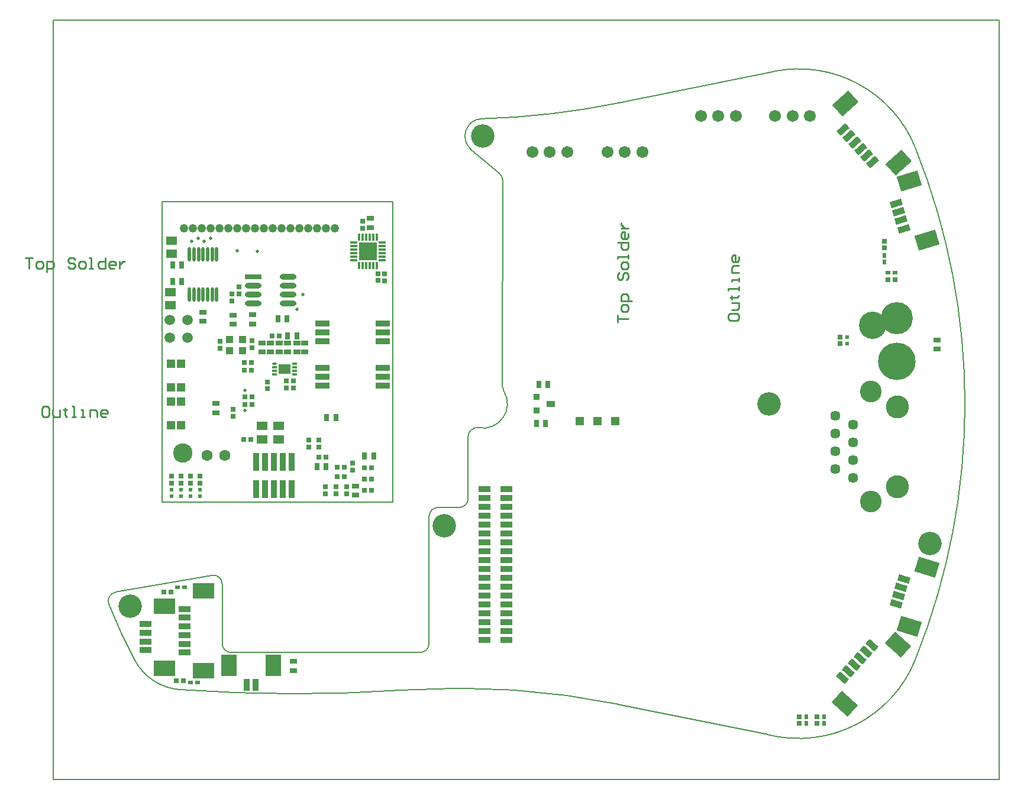
<source format=gts>
G04 Layer_Color=8388736*
%FSLAX25Y25*%
%MOIN*%
G70*
G01*
G75*
%ADD20R,0.03600X0.03600*%
%ADD21R,0.05000X0.03600*%
%ADD27R,0.02362X0.01969*%
%ADD32C,0.01000*%
%ADD34C,0.00600*%
%ADD39C,0.02000*%
%ADD48O,0.09449X0.03150*%
%ADD49R,0.09449X0.03150*%
%ADD50R,0.06890X0.05709*%
%ADD51R,0.02953X0.01181*%
G04:AMPARAMS|DCode=52|XSize=11.81mil|YSize=29.53mil|CornerRadius=5.91mil|HoleSize=0mil|Usage=FLASHONLY|Rotation=270.000|XOffset=0mil|YOffset=0mil|HoleType=Round|Shape=RoundedRectangle|*
%AMROUNDEDRECTD52*
21,1,0.01181,0.01772,0,0,270.0*
21,1,0.00000,0.02953,0,0,270.0*
1,1,0.01181,-0.00886,0.00000*
1,1,0.01181,-0.00886,0.00000*
1,1,0.01181,0.00886,0.00000*
1,1,0.01181,0.00886,0.00000*
%
%ADD52ROUNDEDRECTD52*%
%ADD56C,0.00800*%
%ADD59C,0.00500*%
%ADD90R,0.03943X0.02959*%
%ADD91R,0.02959X0.03943*%
%ADD92R,0.02959X0.02565*%
%ADD93R,0.02762X0.02369*%
%ADD94R,0.02565X0.02959*%
%ADD95R,0.12211X0.08668*%
%ADD96R,0.06699X0.03550*%
%ADD97R,0.08668X0.12211*%
%ADD98R,0.03550X0.06699*%
%ADD99R,0.06700X0.03600*%
%ADD100R,0.02369X0.02762*%
G04:AMPARAMS|DCode=101|XSize=122.11mil|YSize=86.68mil|CornerRadius=0mil|HoleSize=0mil|Usage=FLASHONLY|Rotation=138.000|XOffset=0mil|YOffset=0mil|HoleType=Round|Shape=Rectangle|*
%AMROTATEDRECTD101*
4,1,4,0.07437,-0.00865,0.01637,-0.07306,-0.07437,0.00865,-0.01637,0.07306,0.07437,-0.00865,0.0*
%
%ADD101ROTATEDRECTD101*%

G04:AMPARAMS|DCode=102|XSize=35.5mil|YSize=66.99mil|CornerRadius=0mil|HoleSize=0mil|Usage=FLASHONLY|Rotation=48.000|XOffset=0mil|YOffset=0mil|HoleType=Round|Shape=Rectangle|*
%AMROTATEDRECTD102*
4,1,4,0.01302,-0.03560,-0.03677,0.00922,-0.01302,0.03560,0.03677,-0.00922,0.01302,-0.03560,0.0*
%
%ADD102ROTATEDRECTD102*%

G04:AMPARAMS|DCode=103|XSize=122.11mil|YSize=86.68mil|CornerRadius=0mil|HoleSize=0mil|Usage=FLASHONLY|Rotation=163.000|XOffset=0mil|YOffset=0mil|HoleType=Round|Shape=Rectangle|*
%AMROTATEDRECTD103*
4,1,4,0.07106,0.02360,0.04572,-0.05930,-0.07106,-0.02360,-0.04572,0.05930,0.07106,0.02360,0.0*
%
%ADD103ROTATEDRECTD103*%

G04:AMPARAMS|DCode=104|XSize=35.5mil|YSize=66.99mil|CornerRadius=0mil|HoleSize=0mil|Usage=FLASHONLY|Rotation=73.000|XOffset=0mil|YOffset=0mil|HoleType=Round|Shape=Rectangle|*
%AMROTATEDRECTD104*
4,1,4,0.02684,-0.02677,-0.03722,-0.00718,-0.02684,0.02677,0.03722,0.00718,0.02684,-0.02677,0.0*
%
%ADD104ROTATEDRECTD104*%

G04:AMPARAMS|DCode=105|XSize=35.5mil|YSize=66.99mil|CornerRadius=0mil|HoleSize=0mil|Usage=FLASHONLY|Rotation=107.000|XOffset=0mil|YOffset=0mil|HoleType=Round|Shape=Rectangle|*
%AMROTATEDRECTD105*
4,1,4,0.03722,-0.00718,-0.02684,-0.02677,-0.03722,0.00718,0.02684,0.02677,0.03722,-0.00718,0.0*
%
%ADD105ROTATEDRECTD105*%

G04:AMPARAMS|DCode=106|XSize=122.11mil|YSize=86.68mil|CornerRadius=0mil|HoleSize=0mil|Usage=FLASHONLY|Rotation=197.000|XOffset=0mil|YOffset=0mil|HoleType=Round|Shape=Rectangle|*
%AMROTATEDRECTD106*
4,1,4,0.04572,0.05930,0.07106,-0.02360,-0.04572,-0.05930,-0.07106,0.02360,0.04572,0.05930,0.0*
%
%ADD106ROTATEDRECTD106*%

G04:AMPARAMS|DCode=107|XSize=35.5mil|YSize=66.99mil|CornerRadius=0mil|HoleSize=0mil|Usage=FLASHONLY|Rotation=132.000|XOffset=0mil|YOffset=0mil|HoleType=Round|Shape=Rectangle|*
%AMROTATEDRECTD107*
4,1,4,0.03677,0.00922,-0.01302,-0.03560,-0.03677,-0.00922,0.01302,0.03560,0.03677,0.00922,0.0*
%
%ADD107ROTATEDRECTD107*%

G04:AMPARAMS|DCode=108|XSize=122.11mil|YSize=86.68mil|CornerRadius=0mil|HoleSize=0mil|Usage=FLASHONLY|Rotation=222.000|XOffset=0mil|YOffset=0mil|HoleType=Round|Shape=Rectangle|*
%AMROTATEDRECTD108*
4,1,4,0.01637,0.07306,0.07437,0.00865,-0.01637,-0.07306,-0.07437,-0.00865,0.01637,0.07306,0.0*
%
%ADD108ROTATEDRECTD108*%

%ADD109R,0.07920X0.03392*%
%ADD110R,0.05912X0.04534*%
%ADD111R,0.04534X0.04928*%
%ADD112R,0.01345X0.03943*%
%ADD113R,0.03943X0.01345*%
%ADD114R,0.10243X0.10243*%
%ADD115R,0.04337X0.03943*%
%ADD116O,0.01778X0.08274*%
%ADD117R,0.05912X0.05124*%
%ADD118R,0.03392X0.09849*%
%ADD119C,0.13200*%
%ADD120C,0.06699*%
%ADD121C,0.05715*%
%ADD122C,0.12211*%
%ADD123C,0.12998*%
%ADD124R,0.05125X0.05125*%
%ADD125C,0.15400*%
%ADD126C,0.21100*%
%ADD127C,0.18100*%
%ADD128C,0.04800*%
%ADD129C,0.05900*%
%ADD130C,0.06306*%
%ADD131C,0.10900*%
D20*
X448351Y294899D02*
D03*
Y302399D02*
D03*
D21*
X456351Y298599D02*
D03*
D27*
X623219Y336170D02*
D03*
Y332627D02*
D03*
X248013Y246598D02*
D03*
Y250141D02*
D03*
X242763Y246598D02*
D03*
Y250141D02*
D03*
X253262Y246598D02*
D03*
Y250141D02*
D03*
X258511Y246598D02*
D03*
Y250141D02*
D03*
D32*
X493953Y344399D02*
Y348397D01*
Y346398D01*
X499951D01*
Y351396D02*
Y353396D01*
X498951Y354396D01*
X496952D01*
X495952Y353396D01*
Y351396D01*
X496952Y350397D01*
X498951D01*
X499951Y351396D01*
X501951Y356395D02*
X495952D01*
Y359394D01*
X496952Y360394D01*
X498951D01*
X499951Y359394D01*
Y356395D01*
X494953Y372390D02*
X493953Y371390D01*
Y369391D01*
X494953Y368391D01*
X495952D01*
X496952Y369391D01*
Y371390D01*
X497952Y372390D01*
X498951D01*
X499951Y371390D01*
Y369391D01*
X498951Y368391D01*
X499951Y375389D02*
Y377388D01*
X498951Y378388D01*
X496952D01*
X495952Y377388D01*
Y375389D01*
X496952Y374389D01*
X498951D01*
X499951Y375389D01*
Y380387D02*
Y382386D01*
Y381387D01*
X493953D01*
Y380387D01*
Y389384D02*
X499951D01*
Y386385D01*
X498951Y385385D01*
X496952D01*
X495952Y386385D01*
Y389384D01*
X499951Y394383D02*
Y392383D01*
X498951Y391384D01*
X496952D01*
X495952Y392383D01*
Y394383D01*
X496952Y395382D01*
X497952D01*
Y391384D01*
X495952Y397382D02*
X499951D01*
X497952D01*
X496952Y398381D01*
X495952Y399381D01*
Y400381D01*
X160248Y381024D02*
X164246D01*
X162247D01*
Y375026D01*
X167245D02*
X169245D01*
X170245Y376026D01*
Y378025D01*
X169245Y379025D01*
X167245D01*
X166246Y378025D01*
Y376026D01*
X167245Y375026D01*
X172244Y373027D02*
Y379025D01*
X175243D01*
X176243Y378025D01*
Y376026D01*
X175243Y375026D01*
X172244D01*
X188239Y380025D02*
X187239Y381024D01*
X185240D01*
X184240Y380025D01*
Y379025D01*
X185240Y378025D01*
X187239D01*
X188239Y377026D01*
Y376026D01*
X187239Y375026D01*
X185240D01*
X184240Y376026D01*
X191238Y375026D02*
X193237D01*
X194237Y376026D01*
Y378025D01*
X193237Y379025D01*
X191238D01*
X190238Y378025D01*
Y376026D01*
X191238Y375026D01*
X196236D02*
X198235D01*
X197236D01*
Y381024D01*
X196236D01*
X205233D02*
Y375026D01*
X202234D01*
X201235Y376026D01*
Y378025D01*
X202234Y379025D01*
X205233D01*
X210232Y375026D02*
X208232D01*
X207233Y376026D01*
Y378025D01*
X208232Y379025D01*
X210232D01*
X211231Y378025D01*
Y377026D01*
X207233D01*
X213231Y379025D02*
Y375026D01*
Y377026D01*
X214230Y378025D01*
X215230Y379025D01*
X216230D01*
X556453Y348398D02*
Y346398D01*
X557453Y345399D01*
X561451D01*
X562451Y346398D01*
Y348398D01*
X561451Y349397D01*
X557453D01*
X556453Y348398D01*
X558452Y351397D02*
X561451D01*
X562451Y352396D01*
Y355396D01*
X558452D01*
X557453Y358395D02*
X558452D01*
Y357395D01*
Y359394D01*
Y358395D01*
X561451D01*
X562451Y359394D01*
Y362393D02*
Y364393D01*
Y363393D01*
X556453D01*
Y362393D01*
X562451Y367392D02*
Y369391D01*
Y368391D01*
X558452D01*
Y367392D01*
X562451Y372390D02*
X558452D01*
Y375389D01*
X559452Y376389D01*
X562451D01*
Y381387D02*
Y379388D01*
X561451Y378388D01*
X559452D01*
X558452Y379388D01*
Y381387D01*
X559452Y382387D01*
X560452D01*
Y378388D01*
X172744Y297358D02*
X170744D01*
X169745Y296358D01*
Y292360D01*
X170744Y291360D01*
X172744D01*
X173743Y292360D01*
Y296358D01*
X172744Y297358D01*
X175743Y295359D02*
Y292360D01*
X176742Y291360D01*
X179742D01*
Y295359D01*
X182740Y296358D02*
Y295359D01*
X181741D01*
X183740D01*
X182740D01*
Y292360D01*
X183740Y291360D01*
X186739D02*
X188739D01*
X187739D01*
Y297358D01*
X186739D01*
X191738Y291360D02*
X193737D01*
X192737D01*
Y295359D01*
X191738D01*
X196736Y291360D02*
Y295359D01*
X199735D01*
X200735Y294359D01*
Y291360D01*
X205733D02*
X203734D01*
X202734Y292360D01*
Y294359D01*
X203734Y295359D01*
X205733D01*
X206733Y294359D01*
Y293359D01*
X202734D01*
D34*
X271199Y197100D02*
G03*
X265331Y202024I-5000J0D01*
G01*
X211131Y192424D02*
G03*
X207351Y185660I868J-4923D01*
G01*
X207365Y185649D02*
G03*
X221998Y154053I285528J113050D01*
G01*
X222012Y154064D02*
G03*
X248120Y137445I27788J14837D01*
G01*
X248123Y137498D02*
G03*
X374671Y137370I64179J895306D01*
G01*
X494138Y129335D02*
G03*
X375560Y137364I-89279J-438871D01*
G01*
X578946Y112082D02*
G03*
X661773Y154430I17054J68818D01*
G01*
X662305Y155917D02*
G03*
X662238Y441653I-358406J142783D01*
G01*
X661737Y443060D02*
G03*
X581986Y486002I-65737J-26559D01*
G01*
X429099Y308500D02*
G03*
X429836Y305888I4999J1D01*
G01*
X415703Y285110D02*
G03*
X429866Y305911I2396J13590D01*
G01*
X415668Y285124D02*
G03*
X409799Y280200I-869J-4924D01*
G01*
X404799Y240200D02*
G03*
X409799Y245200I0J5000D01*
G01*
X392799Y240200D02*
G03*
X387799Y235200I0J-5000D01*
G01*
X382799Y158500D02*
G03*
X387799Y163500I0J5000D01*
G01*
X271199D02*
G03*
X276199Y158500I5000J0D01*
G01*
X417516Y459294D02*
G03*
X494633Y468209I-12450J445697D01*
G01*
X417516Y459294D02*
G03*
X411452Y442036I300J-9800D01*
G01*
X429216Y424594D02*
G03*
X427437Y428419I-5000J1D01*
G01*
X494146Y129372D02*
X578955Y112119D01*
X494543Y468209D02*
X581999Y486000D01*
X271199Y163500D02*
Y197100D01*
X211099Y192400D02*
X265399Y202000D01*
X409799Y245200D02*
Y280200D01*
X392799Y240200D02*
X404799D01*
X387799Y163500D02*
Y235200D01*
X276199Y158500D02*
X382799D01*
X411416Y441994D02*
X427416Y428394D01*
X429117Y309399D02*
X429216Y424624D01*
X374671Y137370D02*
X375554D01*
X661773Y154430D02*
X662305Y155917D01*
X661737Y443060D02*
X662238Y441653D01*
X494543Y468209D02*
X494633D01*
X429099Y308500D02*
Y309381D01*
X429117Y309399D01*
D39*
X290951Y384543D02*
D03*
X279751Y384843D02*
D03*
X284152Y306243D02*
D03*
X264551Y391843D02*
D03*
X284152Y294743D02*
D03*
X261052Y390143D02*
D03*
X257552Y391843D02*
D03*
X254051Y390143D02*
D03*
X313415Y352043D02*
D03*
X316551Y360154D02*
D03*
D48*
X308400Y355154D02*
D03*
Y360154D02*
D03*
Y365154D02*
D03*
Y370154D02*
D03*
X288715Y355154D02*
D03*
Y360154D02*
D03*
Y365154D02*
D03*
D49*
Y370154D02*
D03*
D50*
X306346Y318251D02*
D03*
D51*
X312055Y321204D02*
D03*
Y319236D02*
D03*
Y317267D02*
D03*
Y315299D02*
D03*
X300637D02*
D03*
Y317267D02*
D03*
Y319236D02*
D03*
D52*
Y321204D02*
D03*
D56*
X176000Y87000D02*
Y515000D01*
X709000D01*
Y87000D02*
Y515000D01*
X176000Y87000D02*
X709000D01*
D59*
X237351Y243251D02*
X367273D01*
Y412543D01*
X237351D02*
X367273D01*
X237351Y243251D02*
Y412543D01*
D90*
X673901Y334600D02*
D03*
Y329482D02*
D03*
X311351Y153399D02*
D03*
Y148281D02*
D03*
X354574Y397976D02*
D03*
Y403094D02*
D03*
X303393Y333015D02*
D03*
Y327897D02*
D03*
X308118Y333015D02*
D03*
Y327897D02*
D03*
X346307Y252307D02*
D03*
Y247188D02*
D03*
X260251Y345225D02*
D03*
Y350343D02*
D03*
X288433Y348763D02*
D03*
Y343645D02*
D03*
X313236Y333015D02*
D03*
Y327897D02*
D03*
X267566Y293645D02*
D03*
Y298763D02*
D03*
X293551Y333015D02*
D03*
Y327897D02*
D03*
X298275Y333015D02*
D03*
Y327897D02*
D03*
X277409Y348567D02*
D03*
Y343448D02*
D03*
X317566Y327897D02*
D03*
Y333015D02*
D03*
D91*
X448233Y287399D02*
D03*
X453351D02*
D03*
X449579Y309399D02*
D03*
X454697D02*
D03*
X308118Y336952D02*
D03*
X313236D02*
D03*
X324653Y263330D02*
D03*
X329771D02*
D03*
X351425Y269236D02*
D03*
X356543D02*
D03*
X330165Y290889D02*
D03*
X335283D02*
D03*
X302606Y346401D02*
D03*
X307724D02*
D03*
X243354Y367661D02*
D03*
X248472D02*
D03*
X248472Y376716D02*
D03*
X243354D02*
D03*
D92*
X619351Y332430D02*
D03*
Y336367D02*
D03*
X596351Y118430D02*
D03*
Y122367D02*
D03*
X606351Y118430D02*
D03*
Y122367D02*
D03*
X644351Y386430D02*
D03*
Y390367D02*
D03*
X277252Y295411D02*
D03*
Y291474D02*
D03*
X350244Y401519D02*
D03*
Y397582D02*
D03*
X344732Y261362D02*
D03*
Y265299D02*
D03*
X248013Y253881D02*
D03*
Y257818D02*
D03*
X242763Y253881D02*
D03*
Y257818D02*
D03*
X288039Y330259D02*
D03*
Y334196D02*
D03*
X269929Y333803D02*
D03*
Y329866D02*
D03*
X325834Y278291D02*
D03*
Y274354D02*
D03*
X319929Y278291D02*
D03*
Y274354D02*
D03*
X335283Y251913D02*
D03*
Y247976D02*
D03*
X329378Y251913D02*
D03*
Y247976D02*
D03*
X341189Y251913D02*
D03*
Y247976D02*
D03*
X358905Y371992D02*
D03*
Y368055D02*
D03*
X362551Y371911D02*
D03*
Y367974D02*
D03*
X253262Y253881D02*
D03*
Y257818D02*
D03*
X258511Y253881D02*
D03*
Y257818D02*
D03*
X276622Y356637D02*
D03*
Y360574D02*
D03*
X311453Y311584D02*
D03*
Y307647D02*
D03*
X307452Y307574D02*
D03*
Y311511D02*
D03*
X280559Y364511D02*
D03*
Y360574D02*
D03*
X296751Y307060D02*
D03*
Y310997D02*
D03*
D93*
X257320Y141399D02*
D03*
X253383D02*
D03*
X249920Y195299D02*
D03*
X245983D02*
D03*
X646383Y372399D02*
D03*
X650320D02*
D03*
D94*
X249320Y142399D02*
D03*
X245383D02*
D03*
X242320Y192599D02*
D03*
X238383D02*
D03*
X646383Y368399D02*
D03*
X650320D02*
D03*
X340007Y262936D02*
D03*
X336070D02*
D03*
X303393Y336952D02*
D03*
X299456D02*
D03*
X287251Y278685D02*
D03*
X283314D02*
D03*
X325834Y268448D02*
D03*
X329771D02*
D03*
X351425Y256244D02*
D03*
X355362D02*
D03*
X351425Y249944D02*
D03*
X355362D02*
D03*
X351425Y262543D02*
D03*
X355362D02*
D03*
X284102Y302700D02*
D03*
X288039D02*
D03*
X284102Y298370D02*
D03*
X288039D02*
D03*
X287645Y321992D02*
D03*
X283708D02*
D03*
X287645Y317661D02*
D03*
X283708D02*
D03*
X336070Y257425D02*
D03*
X340007D02*
D03*
D95*
X238692Y149674D02*
D03*
Y184596D02*
D03*
X260679Y148322D02*
D03*
Y193086D02*
D03*
D96*
X227865Y159753D02*
D03*
Y164674D02*
D03*
Y169596D02*
D03*
Y174517D02*
D03*
X249852Y158401D02*
D03*
Y178086D02*
D03*
Y183007D02*
D03*
Y163322D02*
D03*
Y173165D02*
D03*
Y168243D02*
D03*
D97*
X274973Y151091D02*
D03*
X300051D02*
D03*
D98*
X285051Y140264D02*
D03*
X289973D02*
D03*
D99*
X418937Y165438D02*
D03*
Y185438D02*
D03*
Y190438D02*
D03*
Y170438D02*
D03*
Y180438D02*
D03*
Y175438D02*
D03*
Y215438D02*
D03*
Y220438D02*
D03*
Y195438D02*
D03*
Y210438D02*
D03*
Y225438D02*
D03*
Y230438D02*
D03*
Y200438D02*
D03*
Y205438D02*
D03*
Y235438D02*
D03*
Y240438D02*
D03*
Y245438D02*
D03*
Y250438D02*
D03*
X431337Y165438D02*
D03*
Y170438D02*
D03*
Y175438D02*
D03*
Y180438D02*
D03*
Y200438D02*
D03*
Y205438D02*
D03*
Y185438D02*
D03*
Y195438D02*
D03*
Y190438D02*
D03*
Y210438D02*
D03*
Y220438D02*
D03*
Y225438D02*
D03*
Y215438D02*
D03*
Y245438D02*
D03*
Y250438D02*
D03*
Y230438D02*
D03*
Y240438D02*
D03*
Y235438D02*
D03*
D100*
X600351Y122367D02*
D03*
Y118430D02*
D03*
X610351Y122367D02*
D03*
Y118430D02*
D03*
X644351Y378430D02*
D03*
Y382367D02*
D03*
D101*
X622097Y129610D02*
D03*
X652050Y162876D02*
D03*
D102*
X620795Y144345D02*
D03*
X624088Y148002D02*
D03*
X627380Y151659D02*
D03*
X630674Y155317D02*
D03*
X633967Y158974D02*
D03*
X637259Y162631D02*
D03*
D103*
X658275Y173119D02*
D03*
X668485Y206515D02*
D03*
D104*
X650868Y185923D02*
D03*
X652307Y190629D02*
D03*
X653746Y195336D02*
D03*
X655184Y200042D02*
D03*
D105*
Y397358D02*
D03*
X650868Y411477D02*
D03*
X652307Y406771D02*
D03*
X653746Y402064D02*
D03*
D106*
X658275Y424281D02*
D03*
X668485Y390885D02*
D03*
D107*
X621041Y453069D02*
D03*
X624334Y449412D02*
D03*
X630920Y442097D02*
D03*
X627626Y445755D02*
D03*
X634213Y438440D02*
D03*
X637505Y434783D02*
D03*
D108*
X622343Y467803D02*
D03*
X652296Y434537D02*
D03*
D109*
X327751Y339043D02*
D03*
Y344043D02*
D03*
Y309043D02*
D03*
Y314043D02*
D03*
X361752Y339043D02*
D03*
Y334043D02*
D03*
Y344043D02*
D03*
Y319043D02*
D03*
Y309043D02*
D03*
Y314043D02*
D03*
X327751Y319043D02*
D03*
Y334043D02*
D03*
D110*
X241976Y361559D02*
D03*
Y354078D02*
D03*
X242763Y390692D02*
D03*
Y383212D02*
D03*
D111*
X248128Y299846D02*
D03*
X242271Y299846D02*
D03*
X248128Y286657D02*
D03*
X242271D02*
D03*
X248128Y321106D02*
D03*
X242271Y321106D02*
D03*
X248128Y307917D02*
D03*
X242271D02*
D03*
D112*
X348472Y376519D02*
D03*
X350441D02*
D03*
X352409D02*
D03*
X354378D02*
D03*
X356346D02*
D03*
X358314D02*
D03*
Y392661D02*
D03*
X356346D02*
D03*
X354378D02*
D03*
X352409D02*
D03*
X350441D02*
D03*
X348472D02*
D03*
D113*
X361464Y379669D02*
D03*
Y381637D02*
D03*
Y383606D02*
D03*
Y385574D02*
D03*
Y387543D02*
D03*
Y389511D02*
D03*
X345322D02*
D03*
Y387543D02*
D03*
Y385574D02*
D03*
Y383606D02*
D03*
Y381637D02*
D03*
Y379669D02*
D03*
D114*
X353393Y384590D02*
D03*
D115*
X282724Y334787D02*
D03*
X275441D02*
D03*
Y328685D02*
D03*
X282724D02*
D03*
D116*
X252803Y360181D02*
D03*
X255362D02*
D03*
X257921D02*
D03*
X260480D02*
D03*
X263039D02*
D03*
X265598D02*
D03*
X268157D02*
D03*
X252803Y383015D02*
D03*
X255362D02*
D03*
X257921D02*
D03*
X260480D02*
D03*
X263039D02*
D03*
X265598D02*
D03*
X268157D02*
D03*
D117*
X293551Y286165D02*
D03*
X302999D02*
D03*
Y278685D02*
D03*
X293551D02*
D03*
D118*
X310244Y265889D02*
D03*
Y250535D02*
D03*
X305244Y265889D02*
D03*
Y250535D02*
D03*
X300244Y265889D02*
D03*
Y250535D02*
D03*
X295244Y265889D02*
D03*
Y250535D02*
D03*
X290244D02*
D03*
Y265889D02*
D03*
D119*
X417951Y449599D02*
D03*
X219299Y184500D02*
D03*
X579499Y298700D02*
D03*
X669999Y220000D02*
D03*
X396399Y229800D02*
D03*
D120*
X445851Y440548D02*
D03*
X465537D02*
D03*
X455694D02*
D03*
X488219D02*
D03*
X507905D02*
D03*
X498062D02*
D03*
X540988Y461007D02*
D03*
X560674D02*
D03*
X550831D02*
D03*
X582738Y461019D02*
D03*
X602424D02*
D03*
X592581D02*
D03*
D121*
X616715Y271993D02*
D03*
Y261993D02*
D03*
Y281993D02*
D03*
Y291993D02*
D03*
X626715Y276993D02*
D03*
Y286993D02*
D03*
Y256993D02*
D03*
Y266993D02*
D03*
D122*
X636515Y243493D02*
D03*
Y305393D02*
D03*
D123*
X651715Y251993D02*
D03*
Y296993D02*
D03*
D124*
X482674Y288820D02*
D03*
X472774D02*
D03*
X492574D02*
D03*
D125*
X637687Y342843D02*
D03*
D126*
X651487Y322393D02*
D03*
D127*
Y346793D02*
D03*
D128*
X314633Y397614D02*
D03*
X249633D02*
D03*
X254633D02*
D03*
X259633D02*
D03*
X264633D02*
D03*
X269633D02*
D03*
X274633D02*
D03*
X279633D02*
D03*
X284633D02*
D03*
X289633D02*
D03*
X294633D02*
D03*
X299633D02*
D03*
X304633D02*
D03*
X309633D02*
D03*
X329633D02*
D03*
X324633D02*
D03*
X319633D02*
D03*
X334633D02*
D03*
D129*
X251818Y335771D02*
D03*
X241818D02*
D03*
X251818Y345771D02*
D03*
X241818D02*
D03*
D130*
X272685Y269629D02*
D03*
X262685D02*
D03*
D131*
X249062Y270811D02*
D03*
M02*

</source>
